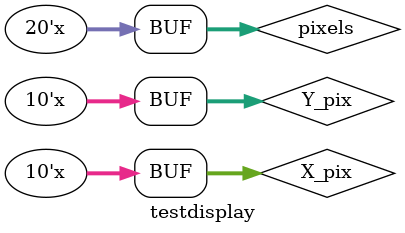
<source format=sv>
`include "../modules/display.sv"
`include "../modules/DE0_VGA.v"

`timescale 1ns/1ps
module testdisplay();
	reg [9:0] X_pix;
	reg [9:0] Y_pix;
	reg [19:0] pixels;
	reg draw;

	display display_mod(
		.X_pix(X_pix),
		.Y_pix(Y_pix),
		.draw(draw)
	);

	initial 
	begin
		X_pix = 10'd0;
		Y_pix = 10'd0;
		pixels = 20'd0;
	end

	always 
	begin
		pixels += 20'd1;
		pixels = (pixels % 307200);
		X_pix += 10'd1;
		X_pix = (X_pix % 640);
		if (X_pix == 639)
			Y_pix += 1;
		Y_pix = (Y_pix % 480); 
		#20;
	end
endmodule

</source>
